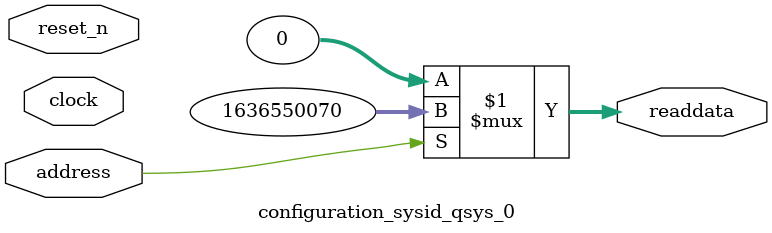
<source format=v>



// synthesis translate_off
`timescale 1ns / 1ps
// synthesis translate_on

// turn off superfluous verilog processor warnings 
// altera message_level Level1 
// altera message_off 10034 10035 10036 10037 10230 10240 10030 

module configuration_sysid_qsys_0 (
               // inputs:
                address,
                clock,
                reset_n,

               // outputs:
                readdata
             )
;

  output  [ 31: 0] readdata;
  input            address;
  input            clock;
  input            reset_n;

  wire    [ 31: 0] readdata;
  //control_slave, which is an e_avalon_slave
  assign readdata = address ? 1636550070 : 0;

endmodule



</source>
